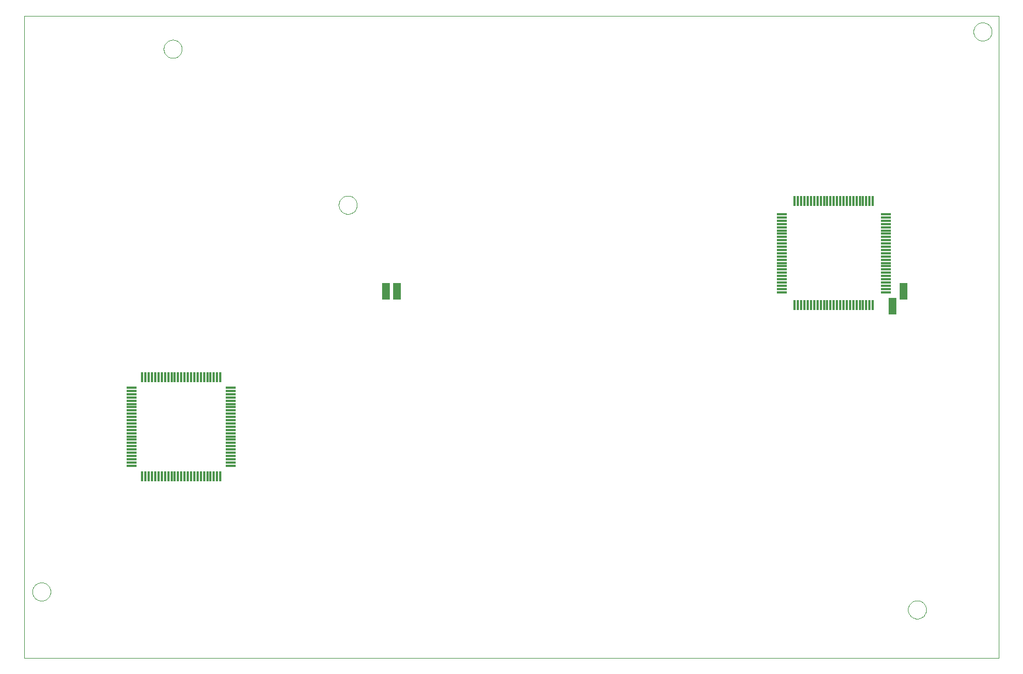
<source format=gtp>
G75*
%MOIN*%
%OFA0B0*%
%FSLAX24Y24*%
%IPPOS*%
%LPD*%
%AMOC8*
5,1,8,0,0,1.08239X$1,22.5*
%
%ADD10C,0.0000*%
%ADD11R,0.0118X0.0630*%
%ADD12R,0.0630X0.0118*%
%ADD13R,0.0591X0.0118*%
%ADD14R,0.0118X0.0591*%
%ADD15R,0.0591X0.0138*%
%ADD16R,0.0500X0.1000*%
D10*
X000180Y000180D02*
X000180Y039050D01*
X059172Y039050D01*
X059172Y000180D01*
X000180Y000180D01*
X000667Y004193D02*
X000669Y004240D01*
X000675Y004286D01*
X000685Y004332D01*
X000698Y004377D01*
X000716Y004420D01*
X000737Y004462D01*
X000761Y004502D01*
X000789Y004539D01*
X000820Y004574D01*
X000854Y004607D01*
X000890Y004636D01*
X000929Y004662D01*
X000970Y004685D01*
X001013Y004704D01*
X001057Y004720D01*
X001102Y004732D01*
X001148Y004740D01*
X001195Y004744D01*
X001241Y004744D01*
X001288Y004740D01*
X001334Y004732D01*
X001379Y004720D01*
X001423Y004704D01*
X001466Y004685D01*
X001507Y004662D01*
X001546Y004636D01*
X001582Y004607D01*
X001616Y004574D01*
X001647Y004539D01*
X001675Y004502D01*
X001699Y004462D01*
X001720Y004420D01*
X001738Y004377D01*
X001751Y004332D01*
X001761Y004286D01*
X001767Y004240D01*
X001769Y004193D01*
X001767Y004146D01*
X001761Y004100D01*
X001751Y004054D01*
X001738Y004009D01*
X001720Y003966D01*
X001699Y003924D01*
X001675Y003884D01*
X001647Y003847D01*
X001616Y003812D01*
X001582Y003779D01*
X001546Y003750D01*
X001507Y003724D01*
X001466Y003701D01*
X001423Y003682D01*
X001379Y003666D01*
X001334Y003654D01*
X001288Y003646D01*
X001241Y003642D01*
X001195Y003642D01*
X001148Y003646D01*
X001102Y003654D01*
X001057Y003666D01*
X001013Y003682D01*
X000970Y003701D01*
X000929Y003724D01*
X000890Y003750D01*
X000854Y003779D01*
X000820Y003812D01*
X000789Y003847D01*
X000761Y003884D01*
X000737Y003924D01*
X000716Y003966D01*
X000698Y004009D01*
X000685Y004054D01*
X000675Y004100D01*
X000669Y004146D01*
X000667Y004193D01*
X019217Y027605D02*
X019219Y027652D01*
X019225Y027698D01*
X019235Y027744D01*
X019248Y027789D01*
X019266Y027832D01*
X019287Y027874D01*
X019311Y027914D01*
X019339Y027951D01*
X019370Y027986D01*
X019404Y028019D01*
X019440Y028048D01*
X019479Y028074D01*
X019520Y028097D01*
X019563Y028116D01*
X019607Y028132D01*
X019652Y028144D01*
X019698Y028152D01*
X019745Y028156D01*
X019791Y028156D01*
X019838Y028152D01*
X019884Y028144D01*
X019929Y028132D01*
X019973Y028116D01*
X020016Y028097D01*
X020057Y028074D01*
X020096Y028048D01*
X020132Y028019D01*
X020166Y027986D01*
X020197Y027951D01*
X020225Y027914D01*
X020249Y027874D01*
X020270Y027832D01*
X020288Y027789D01*
X020301Y027744D01*
X020311Y027698D01*
X020317Y027652D01*
X020319Y027605D01*
X020317Y027558D01*
X020311Y027512D01*
X020301Y027466D01*
X020288Y027421D01*
X020270Y027378D01*
X020249Y027336D01*
X020225Y027296D01*
X020197Y027259D01*
X020166Y027224D01*
X020132Y027191D01*
X020096Y027162D01*
X020057Y027136D01*
X020016Y027113D01*
X019973Y027094D01*
X019929Y027078D01*
X019884Y027066D01*
X019838Y027058D01*
X019791Y027054D01*
X019745Y027054D01*
X019698Y027058D01*
X019652Y027066D01*
X019607Y027078D01*
X019563Y027094D01*
X019520Y027113D01*
X019479Y027136D01*
X019440Y027162D01*
X019404Y027191D01*
X019370Y027224D01*
X019339Y027259D01*
X019311Y027296D01*
X019287Y027336D01*
X019266Y027378D01*
X019248Y027421D01*
X019235Y027466D01*
X019225Y027512D01*
X019219Y027558D01*
X019217Y027605D01*
X008617Y037043D02*
X008619Y037090D01*
X008625Y037136D01*
X008635Y037182D01*
X008648Y037227D01*
X008666Y037270D01*
X008687Y037312D01*
X008711Y037352D01*
X008739Y037389D01*
X008770Y037424D01*
X008804Y037457D01*
X008840Y037486D01*
X008879Y037512D01*
X008920Y037535D01*
X008963Y037554D01*
X009007Y037570D01*
X009052Y037582D01*
X009098Y037590D01*
X009145Y037594D01*
X009191Y037594D01*
X009238Y037590D01*
X009284Y037582D01*
X009329Y037570D01*
X009373Y037554D01*
X009416Y037535D01*
X009457Y037512D01*
X009496Y037486D01*
X009532Y037457D01*
X009566Y037424D01*
X009597Y037389D01*
X009625Y037352D01*
X009649Y037312D01*
X009670Y037270D01*
X009688Y037227D01*
X009701Y037182D01*
X009711Y037136D01*
X009717Y037090D01*
X009719Y037043D01*
X009717Y036996D01*
X009711Y036950D01*
X009701Y036904D01*
X009688Y036859D01*
X009670Y036816D01*
X009649Y036774D01*
X009625Y036734D01*
X009597Y036697D01*
X009566Y036662D01*
X009532Y036629D01*
X009496Y036600D01*
X009457Y036574D01*
X009416Y036551D01*
X009373Y036532D01*
X009329Y036516D01*
X009284Y036504D01*
X009238Y036496D01*
X009191Y036492D01*
X009145Y036492D01*
X009098Y036496D01*
X009052Y036504D01*
X009007Y036516D01*
X008963Y036532D01*
X008920Y036551D01*
X008879Y036574D01*
X008840Y036600D01*
X008804Y036629D01*
X008770Y036662D01*
X008739Y036697D01*
X008711Y036734D01*
X008687Y036774D01*
X008666Y036816D01*
X008648Y036859D01*
X008635Y036904D01*
X008625Y036950D01*
X008619Y036996D01*
X008617Y037043D01*
X057642Y038093D02*
X057644Y038140D01*
X057650Y038186D01*
X057660Y038232D01*
X057673Y038277D01*
X057691Y038320D01*
X057712Y038362D01*
X057736Y038402D01*
X057764Y038439D01*
X057795Y038474D01*
X057829Y038507D01*
X057865Y038536D01*
X057904Y038562D01*
X057945Y038585D01*
X057988Y038604D01*
X058032Y038620D01*
X058077Y038632D01*
X058123Y038640D01*
X058170Y038644D01*
X058216Y038644D01*
X058263Y038640D01*
X058309Y038632D01*
X058354Y038620D01*
X058398Y038604D01*
X058441Y038585D01*
X058482Y038562D01*
X058521Y038536D01*
X058557Y038507D01*
X058591Y038474D01*
X058622Y038439D01*
X058650Y038402D01*
X058674Y038362D01*
X058695Y038320D01*
X058713Y038277D01*
X058726Y038232D01*
X058736Y038186D01*
X058742Y038140D01*
X058744Y038093D01*
X058742Y038046D01*
X058736Y038000D01*
X058726Y037954D01*
X058713Y037909D01*
X058695Y037866D01*
X058674Y037824D01*
X058650Y037784D01*
X058622Y037747D01*
X058591Y037712D01*
X058557Y037679D01*
X058521Y037650D01*
X058482Y037624D01*
X058441Y037601D01*
X058398Y037582D01*
X058354Y037566D01*
X058309Y037554D01*
X058263Y037546D01*
X058216Y037542D01*
X058170Y037542D01*
X058123Y037546D01*
X058077Y037554D01*
X058032Y037566D01*
X057988Y037582D01*
X057945Y037601D01*
X057904Y037624D01*
X057865Y037650D01*
X057829Y037679D01*
X057795Y037712D01*
X057764Y037747D01*
X057736Y037784D01*
X057712Y037824D01*
X057691Y037866D01*
X057673Y037909D01*
X057660Y037954D01*
X057650Y038000D01*
X057644Y038046D01*
X057642Y038093D01*
X053679Y003105D02*
X053681Y003152D01*
X053687Y003198D01*
X053697Y003244D01*
X053710Y003289D01*
X053728Y003332D01*
X053749Y003374D01*
X053773Y003414D01*
X053801Y003451D01*
X053832Y003486D01*
X053866Y003519D01*
X053902Y003548D01*
X053941Y003574D01*
X053982Y003597D01*
X054025Y003616D01*
X054069Y003632D01*
X054114Y003644D01*
X054160Y003652D01*
X054207Y003656D01*
X054253Y003656D01*
X054300Y003652D01*
X054346Y003644D01*
X054391Y003632D01*
X054435Y003616D01*
X054478Y003597D01*
X054519Y003574D01*
X054558Y003548D01*
X054594Y003519D01*
X054628Y003486D01*
X054659Y003451D01*
X054687Y003414D01*
X054711Y003374D01*
X054732Y003332D01*
X054750Y003289D01*
X054763Y003244D01*
X054773Y003198D01*
X054779Y003152D01*
X054781Y003105D01*
X054779Y003058D01*
X054773Y003012D01*
X054763Y002966D01*
X054750Y002921D01*
X054732Y002878D01*
X054711Y002836D01*
X054687Y002796D01*
X054659Y002759D01*
X054628Y002724D01*
X054594Y002691D01*
X054558Y002662D01*
X054519Y002636D01*
X054478Y002613D01*
X054435Y002594D01*
X054391Y002578D01*
X054346Y002566D01*
X054300Y002558D01*
X054253Y002554D01*
X054207Y002554D01*
X054160Y002558D01*
X054114Y002566D01*
X054069Y002578D01*
X054025Y002594D01*
X053982Y002613D01*
X053941Y002636D01*
X053902Y002662D01*
X053866Y002691D01*
X053832Y002724D01*
X053801Y002759D01*
X053773Y002796D01*
X053749Y002836D01*
X053728Y002878D01*
X053710Y002921D01*
X053697Y002966D01*
X053687Y003012D01*
X053681Y003058D01*
X053679Y003105D01*
D11*
X012042Y011188D03*
X011845Y011188D03*
X011649Y011188D03*
X011452Y011188D03*
X011255Y011188D03*
X011058Y011188D03*
X010861Y011188D03*
X010664Y011188D03*
X010467Y011188D03*
X010271Y011188D03*
X010074Y011188D03*
X009877Y011188D03*
X009680Y011188D03*
X009483Y011188D03*
X009286Y011188D03*
X009089Y011188D03*
X008893Y011188D03*
X008696Y011188D03*
X008499Y011188D03*
X008302Y011188D03*
X008105Y011188D03*
X007908Y011188D03*
X007711Y011188D03*
X007515Y011188D03*
X007318Y011188D03*
X007318Y017172D03*
X007515Y017172D03*
X007711Y017172D03*
X007908Y017172D03*
X008105Y017172D03*
X008302Y017172D03*
X008499Y017172D03*
X008696Y017172D03*
X008893Y017172D03*
X009089Y017172D03*
X009286Y017172D03*
X009483Y017172D03*
X009680Y017172D03*
X009877Y017172D03*
X010074Y017172D03*
X010271Y017172D03*
X010467Y017172D03*
X010664Y017172D03*
X010861Y017172D03*
X011058Y017172D03*
X011255Y017172D03*
X011452Y017172D03*
X011649Y017172D03*
X011845Y017172D03*
X012042Y017172D03*
D12*
X012672Y016542D03*
X012672Y016345D03*
X012672Y016149D03*
X012672Y015952D03*
X012672Y015755D03*
X012672Y015558D03*
X012672Y015361D03*
X012672Y015164D03*
X012672Y014967D03*
X012672Y014771D03*
X012672Y014574D03*
X012672Y014377D03*
X012672Y014180D03*
X012672Y013983D03*
X012672Y013786D03*
X012672Y013589D03*
X012672Y013393D03*
X012672Y013196D03*
X012672Y012999D03*
X012672Y012802D03*
X012672Y012605D03*
X012672Y012408D03*
X012672Y012211D03*
X012672Y012015D03*
X012672Y011818D03*
X006688Y011818D03*
X006688Y012015D03*
X006688Y012211D03*
X006688Y012408D03*
X006688Y012605D03*
X006688Y012802D03*
X006688Y012999D03*
X006688Y013196D03*
X006688Y013393D03*
X006688Y013589D03*
X006688Y013786D03*
X006688Y013983D03*
X006688Y014180D03*
X006688Y014377D03*
X006688Y014574D03*
X006688Y014771D03*
X006688Y014967D03*
X006688Y015164D03*
X006688Y015361D03*
X006688Y015558D03*
X006688Y015755D03*
X006688Y015952D03*
X006688Y016149D03*
X006688Y016345D03*
X006688Y016542D03*
D13*
X046030Y022318D03*
X046030Y022515D03*
X046030Y022711D03*
X046030Y022908D03*
X046030Y023105D03*
X046030Y023302D03*
X046030Y023499D03*
X046030Y023696D03*
X046030Y023893D03*
X046030Y024089D03*
X046030Y024286D03*
X046030Y024483D03*
X046030Y024680D03*
X046030Y024877D03*
X046030Y025074D03*
X046030Y025271D03*
X046030Y025467D03*
X046030Y025664D03*
X046030Y025861D03*
X046030Y026058D03*
X046030Y026255D03*
X046030Y026452D03*
X046030Y026649D03*
X046030Y026845D03*
X046030Y027042D03*
X052330Y027042D03*
X052330Y026845D03*
X052330Y026649D03*
X052330Y026452D03*
X052330Y026058D03*
X052330Y025861D03*
X052330Y025664D03*
X052330Y025467D03*
X052330Y025271D03*
X052330Y025074D03*
X052330Y024877D03*
X052330Y024680D03*
X052330Y024483D03*
X052330Y024089D03*
X052330Y023893D03*
X052330Y023696D03*
X052330Y023499D03*
X052330Y023302D03*
X052330Y023105D03*
X052330Y022908D03*
X052330Y022711D03*
X052330Y022515D03*
X052330Y022318D03*
D14*
X051542Y021530D03*
X051345Y021530D03*
X051149Y021530D03*
X050952Y021530D03*
X050755Y021530D03*
X050558Y021530D03*
X050361Y021530D03*
X050164Y021530D03*
X049967Y021530D03*
X049771Y021530D03*
X049574Y021530D03*
X049377Y021530D03*
X049180Y021530D03*
X048983Y021530D03*
X048786Y021530D03*
X048589Y021530D03*
X048393Y021530D03*
X048196Y021530D03*
X047999Y021530D03*
X047802Y021530D03*
X047605Y021530D03*
X047408Y021530D03*
X047211Y021530D03*
X047015Y021530D03*
X046818Y021530D03*
X046818Y027830D03*
X047015Y027830D03*
X047211Y027830D03*
X047408Y027830D03*
X047605Y027830D03*
X047802Y027830D03*
X047999Y027830D03*
X048196Y027830D03*
X048393Y027830D03*
X048589Y027830D03*
X048786Y027830D03*
X048983Y027830D03*
X049180Y027830D03*
X049377Y027830D03*
X049574Y027830D03*
X049771Y027830D03*
X049967Y027830D03*
X050164Y027830D03*
X050361Y027830D03*
X050558Y027830D03*
X050755Y027830D03*
X050952Y027830D03*
X051149Y027830D03*
X051345Y027830D03*
X051542Y027830D03*
D15*
X052330Y026255D03*
X052330Y024286D03*
D16*
X053420Y022380D03*
X052740Y021470D03*
X022730Y022370D03*
X022070Y022380D03*
M02*

</source>
